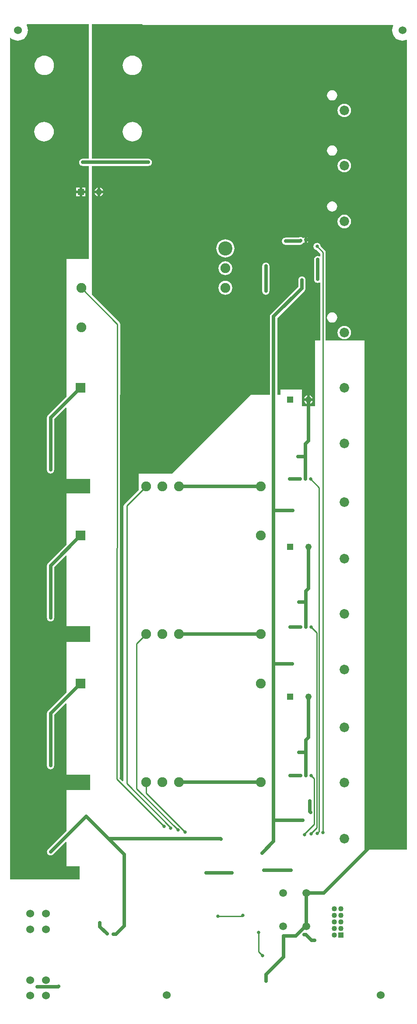
<source format=gbl>
%FSTAX23Y23*%
%MOIN*%
%SFA1B1*%

%IPPOS*%
%ADD54C,0.040000*%
%ADD79C,0.011000*%
%ADD80C,0.025000*%
%ADD81O,0.099000X0.263000*%
%ADD82C,0.060000*%
%ADD83C,0.074800*%
%ADD84R,0.074800X0.074800*%
%ADD85C,0.048420*%
%ADD86R,0.048420X0.048420*%
%ADD87C,0.072840*%
%ADD88R,0.040000X0.040000*%
%ADD89C,0.058980*%
%ADD90R,0.075240X0.075240*%
%ADD91C,0.075240*%
%ADD92C,0.107720*%
%ADD93C,0.025000*%
%LNchassispowerdistribution_b_1.0_rw-1*%
%LPD*%
G36*
X00625Y06507D02*
X0058D01*
X0058*
X00573Y06506*
X00566Y06504*
X00561Y06499*
X00556Y06493*
X00553Y06487*
X00552Y0648*
X00553Y06472*
X00556Y06466*
X00561Y0646*
X00566Y06455*
X00573Y06453*
X0058Y06452*
X00625*
Y05745*
X00455*
Y04697*
X00315Y04557*
X0031Y04551*
X00308Y04544*
X00307Y04537*
Y0414*
X00308Y04132*
X0031Y04126*
X00315Y0412*
X00321Y04115*
X00327Y04113*
X00335Y04112*
X00342Y04113*
X00348Y04115*
X00354Y0412*
X00359Y04126*
X00361Y04132*
X00362Y0414*
Y04526*
X0045Y04613*
X00455Y04612*
Y0407*
X00635*
Y0396*
X00455*
Y03572*
X00315Y03432*
X0031Y03426*
X00308Y03419*
X00307Y03412*
Y03015*
X00308Y03007*
X0031Y03001*
X00315Y02995*
X00321Y0299*
X00327Y02988*
X00335Y02987*
X00342Y02988*
X00348Y0299*
X00354Y02995*
X00359Y03001*
X00361Y03007*
X00362Y03015*
Y03401*
X0045Y03488*
X00455Y03487*
Y0295*
X00635*
Y0283*
X00455*
Y02447*
X00315Y02307*
X0031Y02301*
X00308Y02294*
X00307Y02287*
Y0189*
X00308Y01882*
X0031Y01876*
X00315Y0187*
X00321Y01865*
X00327Y01863*
X00335Y01862*
X00342Y01863*
X00348Y01865*
X00354Y0187*
X00359Y01876*
X00361Y01882*
X00362Y0189*
Y02276*
X0045Y02363*
X00455Y02362*
Y0182*
X00635*
Y01705*
X00455*
Y01394*
X00315Y01254*
X0031Y01248*
X00308Y01242*
X00307Y01235*
X00308Y01227*
X0031Y01221*
X00315Y01215*
X00321Y0121*
X00327Y01208*
X00335Y01207*
X00342Y01208*
X00348Y0121*
X00354Y01215*
X0045Y01311*
X00455Y01309*
Y01125*
X00555*
Y01025*
X00025*
Y07427*
X00027Y07428*
X0003Y07429*
X00041Y07419*
X00055Y07412*
X00069Y07408*
X00085Y07406*
X001Y07408*
X00114Y07412*
X00128Y07419*
X0014Y07429*
X0015Y07441*
X00157Y07455*
X00161Y07469*
X00163Y07485*
X00161Y075*
X00157Y07514*
X00152Y07525*
X00155Y0753*
X00625*
Y06507*
G37*
G36*
X01035Y07525D02*
X01035Y07525D01*
X02943*
X02945Y0752*
X02942Y07514*
X02938Y075*
X02936Y07485*
X02938Y07469*
X02942Y07455*
X02949Y07441*
X02959Y07429*
X02971Y07419*
X02985Y07412*
X02999Y07408*
X03015Y07406*
X0303Y07408*
X03044Y07412*
X03045Y07412*
X0305Y0741*
Y0125*
X02725*
Y05125*
X0243*
Y05795*
X02429Y05803*
X02424Y05809*
X02392Y05842*
X02391Y05847*
X02389Y05853*
X02384Y05859*
X02378Y05864*
X02372Y05866*
X02365Y05867*
X02357Y05866*
X02351Y05864*
X02345Y05859*
X0234Y05853*
X02338Y05847*
X02337Y0584*
X02338Y05832*
X0234Y05826*
X02345Y0582*
X02351Y05815*
X02357Y05813*
X02362Y05812*
X02389Y05786*
Y05765*
X02384Y05763*
X02383Y05764*
X02377Y05766*
X0237Y05767*
X02362Y05766*
X02356Y05764*
X0235Y05759*
X02345Y05753*
X02343Y05747*
X02342Y0574*
Y0559*
X02343Y05582*
X02345Y05576*
X0235Y0557*
X02356Y05565*
X02362Y05563*
X0237Y05562*
X02377Y05563*
X02383Y05565*
X02384Y05566*
X02389Y05564*
Y05125*
X0235*
Y04625*
X0225*
Y0475*
X02085*
Y0471*
X02062*
Y05295*
X02269Y05502*
X02274Y05508*
X02276Y05515*
X02277Y05522*
Y05585*
X02276Y05592*
X02274Y05598*
X02269Y05604*
X02263Y05609*
X02257Y05611*
X0225Y05612*
X02242Y05611*
X02236Y05609*
X0223Y05604*
X02225Y05598*
X02223Y05592*
X02222Y05585*
Y05534*
X02014Y05326*
X0201Y0532*
X02007Y05314*
X02006Y05307*
Y0471*
X0186*
X0126Y0411*
X01005*
Y03987*
X009Y03882*
X00895Y03875*
X00889Y03869*
Y01774*
X00884Y01772*
X0086Y01796*
X00864Y018*
Y04167*
X00865Y05248*
Y05248*
Y05248*
X00865Y05252*
X00864Y05256*
Y05259*
X0065Y05473*
Y06452*
X0108*
X01087Y06453*
X01093Y06455*
X01099Y0646*
X01104Y06466*
X01106Y06472*
X01107Y0648*
X01106Y06487*
X01104Y06493*
X01099Y06499*
X01093Y06504*
X01087Y06506*
X0108Y06507*
X0065*
Y0753*
X01033*
X01035Y07525*
G37*
%LNchassispowerdistribution_b_1.0_rw-2*%
%LPC*%
G36*
X00287Y07292D02*
X00272Y0729D01*
X00258Y07286*
X00245Y07279*
X00234Y0727*
X00225Y07259*
X00218Y07246*
X00214Y07232*
X00212Y07218*
X00214Y07203*
X00218Y07189*
X00225Y07176*
X00234Y07165*
X00245Y07156*
X00258Y07149*
X00272Y07145*
X00287Y07143*
X00301Y07145*
X00315Y07149*
X00328Y07156*
X00339Y07165*
X00348Y07176*
X00355Y07189*
X00359Y07203*
X00361Y07218*
X00359Y07232*
X00355Y07246*
X00348Y07259*
X00339Y0727*
X00328Y07279*
X00315Y07286*
X00301Y0729*
X00287Y07292*
G37*
G36*
X00286Y06787D02*
X00271Y06785D01*
X00257Y06781*
X00244Y06774*
X00233Y06765*
X00224Y06754*
X00217Y06741*
X00213Y06727*
X00211Y06713*
X00213Y06698*
X00217Y06684*
X00224Y06671*
X00233Y0666*
X00244Y06651*
X00257Y06644*
X00271Y0664*
X00286Y06638*
X003Y0664*
X00314Y06644*
X00327Y06651*
X00338Y0666*
X00347Y06671*
X00354Y06684*
X00358Y06698*
X0036Y06713*
X00358Y06727*
X00354Y06741*
X00347Y06754*
X00338Y06765*
X00327Y06774*
X00314Y06781*
X003Y06785*
X00286Y06787*
G37*
G36*
X006Y06289D02*
X00576D01*
Y06265*
X006*
Y06289*
G37*
G36*
X00556D02*
X00531D01*
Y06265*
X00556*
Y06289*
G37*
G36*
X006Y06245D02*
X00576D01*
Y0622*
X006*
Y06245*
G37*
G36*
X00556D02*
X00531D01*
Y0622*
X00556*
Y06245*
G37*
G36*
X00959Y07292D02*
X00944Y0729D01*
X0093Y07286*
X00917Y07279*
X00906Y0727*
X00897Y07259*
X0089Y07246*
X00886Y07232*
X00884Y07218*
X00886Y07203*
X0089Y07189*
X00897Y07176*
X00906Y07165*
X00917Y07156*
X0093Y07149*
X00944Y07145*
X00959Y07143*
X00973Y07145*
X00987Y07149*
X01Y07156*
X01011Y07165*
X0102Y07176*
X01027Y07189*
X01031Y07203*
X01033Y07218*
X01031Y07232*
X01027Y07246*
X0102Y07259*
X01011Y0727*
X01Y07279*
X00987Y07286*
X00973Y0729*
X00959Y07292*
G37*
G36*
X0248Y07028D02*
X02469Y07027D01*
X0246Y07023*
X02452Y07017*
X02446Y07009*
X02442Y07*
X02441Y06989*
X02442Y06979*
X02446Y0697*
X02452Y06962*
X0246Y06956*
X02469Y06952*
X0248Y06951*
X0249Y06952*
X02499Y06956*
X02507Y06962*
X02513Y0697*
X02517Y06979*
X02518Y06989*
X02517Y07*
X02513Y07009*
X02507Y07017*
X02499Y07023*
X0249Y07027*
X0248Y07028*
G37*
G36*
X02572Y06926D02*
X02559Y06925D01*
X02546Y06919*
X02535Y06911*
X02527Y069*
X02522Y06888*
X0252Y06875*
X02522Y06861*
X02527Y06849*
X02535Y06838*
X02546Y0683*
X02559Y06824*
X02572Y06823*
X02585Y06824*
X02598Y0683*
X02609Y06838*
X02617Y06849*
X02622Y06861*
X02624Y06875*
X02622Y06888*
X02617Y069*
X02609Y06911*
X02598Y06919*
X02585Y06925*
X02572Y06926*
G37*
G36*
X00958Y06787D02*
X00943Y06785D01*
X00929Y06781*
X00916Y06774*
X00905Y06765*
X00896Y06754*
X00889Y06741*
X00885Y06727*
X00883Y06713*
X00885Y06698*
X00889Y06684*
X00896Y06671*
X00905Y0666*
X00916Y06651*
X00929Y06644*
X00943Y0664*
X00958Y06638*
X00972Y0664*
X00986Y06644*
X00999Y06651*
X0101Y0666*
X01019Y06671*
X01026Y06684*
X0103Y06698*
X01032Y06713*
X0103Y06727*
X01026Y06741*
X01019Y06754*
X0101Y06765*
X00999Y06774*
X00986Y06781*
X00972Y06785*
X00958Y06787*
G37*
G36*
X0248Y06608D02*
X02469Y06607D01*
X0246Y06603*
X02452Y06597*
X02446Y06589*
X02442Y0658*
X02441Y06569*
X02442Y06559*
X02446Y0655*
X02452Y06542*
X0246Y06536*
X02469Y06532*
X0248Y06531*
X0249Y06532*
X02499Y06536*
X02507Y06542*
X02513Y0655*
X02517Y06559*
X02518Y06569*
X02517Y0658*
X02513Y06589*
X02507Y06597*
X02499Y06603*
X0249Y06607*
X0248Y06608*
G37*
G36*
X02572Y06506D02*
X02559Y06505D01*
X02546Y06499*
X02535Y06491*
X02527Y0648*
X02522Y06468*
X0252Y06455*
X02522Y06441*
X02527Y06429*
X02535Y06418*
X02546Y0641*
X02559Y06404*
X02572Y06403*
X02585Y06404*
X02598Y0641*
X02609Y06418*
X02617Y06429*
X02622Y06441*
X02624Y06455*
X02622Y06468*
X02617Y0648*
X02609Y06491*
X02598Y06499*
X02585Y06505*
X02572Y06506*
G37*
G36*
X00713Y06287D02*
Y06265D01*
X00736*
X00733Y06272*
X00728Y06279*
X00721Y06284*
X00713Y06287*
G37*
G36*
X00693D02*
X00686Y06284D01*
X00679Y06279*
X00674Y06272*
X00671Y06265*
X00693*
Y06287*
G37*
G36*
X00736Y06245D02*
X00713D01*
Y06222*
X00721Y06225*
X00728Y0623*
X00733Y06237*
X00736Y06245*
G37*
G36*
X00693D02*
X00671D01*
X00674Y06237*
X00679Y0623*
X00686Y06225*
X00693Y06222*
Y06245*
G37*
G36*
X0248Y06183D02*
X02469Y06182D01*
X0246Y06178*
X02452Y06172*
X02446Y06164*
X02442Y06155*
X02441Y06145*
X02442Y06134*
X02446Y06125*
X02452Y06117*
X0246Y06111*
X02469Y06107*
X0248Y06106*
X0249Y06107*
X02499Y06111*
X02507Y06117*
X02513Y06125*
X02517Y06134*
X02518Y06145*
X02517Y06155*
X02513Y06164*
X02507Y06172*
X02499Y06178*
X0249Y06182*
X0248Y06183*
G37*
G36*
X02572Y06081D02*
X02559Y0608D01*
X02546Y06074*
X02535Y06066*
X02527Y06055*
X02522Y06043*
X0252Y0603*
X02522Y06016*
X02527Y06004*
X02535Y05993*
X02546Y05985*
X02559Y05979*
X02572Y05978*
X02585Y05979*
X02598Y05985*
X02609Y05993*
X02617Y06004*
X02622Y06016*
X02624Y0603*
X02622Y06043*
X02617Y06055*
X02609Y06066*
X02598Y06074*
X02585Y0608*
X02572Y06081*
G37*
G36*
X0229Y0591D02*
Y059D01*
X023*
X02296Y05906*
X0229Y0591*
G37*
G36*
X023Y0588D02*
X0229D01*
Y05869*
X02296Y05873*
X023Y0588*
G37*
G36*
X0224Y05912D02*
X02232Y05911D01*
X02226Y05909*
X02224Y05907*
X02125*
X02117Y05906*
X02111Y05904*
X02105Y05899*
X021Y05893*
X02098Y05887*
X02097Y0588*
X02098Y05872*
X021Y05866*
X02105Y0586*
X02111Y05855*
X02117Y05853*
X02125Y05852*
X02235*
X02242Y05853*
X02248Y05855*
X02254Y0586*
X02259Y05865*
X02264Y05871*
X02266Y05871*
X0227Y05869*
Y0589*
Y0591*
X02263Y05906*
X02257Y05906*
X02253Y05909*
X02247Y05911*
X0224Y05912*
G37*
G36*
X01666Y05894D02*
X01653Y05892D01*
X0164Y05888*
X01628Y05882*
X01617Y05873*
X01609Y05863*
X01602Y05851*
X01598Y05838*
X01597Y05825*
X01598Y05811*
X01602Y05798*
X01609Y05786*
X01617Y05776*
X01628Y05767*
X0164Y05761*
X01653Y05757*
X01666Y05755*
X0168Y05757*
X01693Y05761*
X01705Y05767*
X01715Y05776*
X01724Y05786*
X0173Y05798*
X01734Y05811*
X01735Y05825*
X01734Y05838*
X0173Y05851*
X01724Y05863*
X01715Y05873*
X01705Y05882*
X01693Y05888*
X0168Y05892*
X01666Y05894*
G37*
G36*
Y05728D02*
X01652Y05726D01*
X0164Y05721*
X01629Y05712*
X0162Y05701*
X01615Y05689*
X01613Y05675*
X01615Y05661*
X0162Y05648*
X01629Y05637*
X0164Y05629*
X01652Y05624*
X01666Y05622*
X0168Y05624*
X01693Y05629*
X01704Y05637*
X01712Y05648*
X01717Y05661*
X01719Y05675*
X01717Y05689*
X01712Y05701*
X01704Y05712*
X01693Y05721*
X0168Y05726*
X01666Y05728*
G37*
G36*
Y05578D02*
X01652Y05577D01*
X0164Y05571*
X01629Y05563*
X0162Y05552*
X01615Y05539*
X01613Y05525*
X01615Y05512*
X0162Y05499*
X01629Y05488*
X0164Y05479*
X01652Y05474*
X01666Y05472*
X0168Y05474*
X01693Y05479*
X01704Y05488*
X01712Y05499*
X01717Y05512*
X01719Y05525*
X01717Y05539*
X01712Y05552*
X01704Y05563*
X01693Y05571*
X0168Y05577*
X01666Y05578*
G37*
G36*
X01975Y05717D02*
X01967Y05716D01*
X01961Y05714*
X01955Y05709*
X0195Y05703*
X01948Y05697*
X01947Y0569*
Y055*
X01948Y05492*
X0195Y05486*
X01955Y0548*
X01961Y05475*
X01967Y05473*
X01975Y05472*
X01982Y05473*
X01988Y05475*
X01994Y0548*
X01999Y05486*
X02001Y05492*
X02002Y055*
Y0569*
X02001Y05697*
X01999Y05703*
X01994Y05709*
X01988Y05714*
X01982Y05716*
X01975Y05717*
G37*
G36*
X0248Y05338D02*
X02469Y05337D01*
X0246Y05333*
X02452Y05327*
X02446Y05319*
X02442Y0531*
X02441Y05299*
X02442Y05289*
X02446Y0528*
X02452Y05272*
X0246Y05266*
X02469Y05262*
X0248Y05261*
X0249Y05262*
X02499Y05266*
X02507Y05272*
X02513Y0528*
X02517Y05289*
X02518Y05299*
X02517Y0531*
X02513Y05319*
X02507Y05327*
X02499Y05333*
X0249Y05337*
X0248Y05338*
G37*
G36*
X02572Y05236D02*
X02559Y05235D01*
X02546Y05229*
X02535Y05221*
X02527Y0521*
X02522Y05198*
X0252Y05185*
X02522Y05171*
X02527Y05159*
X02535Y05148*
X02546Y0514*
X02559Y05134*
X02572Y05133*
X02585Y05134*
X02598Y0514*
X02609Y05148*
X02617Y05159*
X02622Y05171*
X02624Y05185*
X02622Y05198*
X02617Y0521*
X02609Y05221*
X02598Y05229*
X02585Y05235*
X02572Y05236*
G37*
G36*
X02308Y04707D02*
Y04685D01*
X02331*
X02328Y04692*
X02323Y04699*
X02316Y04704*
X02308Y04707*
G37*
G36*
X02288D02*
X02281Y04704D01*
X02274Y04699*
X02269Y04692*
X02266Y04685*
X02288*
Y04707*
G37*
G36*
X02331Y04665D02*
X02308D01*
Y04642*
X02316Y04645*
X02323Y0465*
X02328Y04657*
X02331Y04665*
G37*
G36*
X02288D02*
X02266D01*
X02269Y04657*
X02274Y0465*
X02281Y04645*
X02288Y04642*
Y04665*
G37*
%LNchassispowerdistribution_b_1.0_rw-3*%
%LPD*%
G54D54*
X02495Y006D03*
X02545Y0065D03*
X02495D03*
X02545Y007D03*
X02495D03*
X02545Y0075D03*
X02495D03*
X02545Y008D03*
X02495D03*
G54D79*
X01795Y00745D02*
X018Y0075D01*
X0161Y00745D02*
X01795D01*
X02343Y01443D02*
Y01791D01*
X02362Y01417D02*
Y02902D01*
X02381Y01391D02*
Y04003D01*
X02365Y01375D02*
X02381Y01391D01*
X02315Y0407D02*
X02381Y04003D01*
X0232Y01375D02*
X02362Y01417D01*
X0232Y02945D02*
X02362Y02902D01*
X0227Y0137D02*
X02343Y01443D01*
X0232Y01815D02*
X02343Y01791D01*
X00839Y01788D02*
X012Y01428D01*
X00839Y01788D02*
Y01815D01*
X00915Y01754D02*
X0125Y01419D01*
X00915Y01754D02*
Y018D01*
X0125Y01415D02*
Y01419D01*
X0099Y01715D02*
Y02817D01*
Y01715D02*
X01305Y014D01*
X01062Y01682D02*
X0136Y01385D01*
X01062Y01682D02*
Y01765D01*
X0136Y01385D02*
D01*
X0099Y02817D02*
X01062Y0289D01*
X02365Y0584D02*
X0241Y05795D01*
Y0138D02*
Y05795D01*
X01608Y00746D02*
X0161Y00745D01*
X0227Y01365D02*
Y0137D01*
X0232D02*
Y01375D01*
X0192Y00475D02*
Y0062D01*
Y00475D02*
X0195Y00445D01*
X00915Y018D02*
D01*
X00568Y05525D02*
X00844Y05248D01*
X00839Y01815D02*
X00844Y05248D01*
X00915Y03867D02*
X01062Y04015D01*
X00915Y018D02*
Y03867D01*
G54D80*
X02034Y01475D02*
Y02665D01*
Y0383D02*
Y05307D01*
Y02665D02*
Y0383D01*
Y05307D02*
X0225Y05522D01*
X0231Y0154D02*
Y0162D01*
Y0154D02*
X02315Y01535D01*
X0152Y01075D02*
X01715D01*
X01975Y0025D02*
Y003D01*
X0211Y00435*
X02203Y00595D02*
X02275Y00667D01*
X0211Y00595D02*
X02203D01*
X0211Y00435D02*
Y00595D01*
X02034Y01475D02*
X02255D01*
X02034Y01314D02*
Y01475D01*
X02039Y02665D02*
X02175D01*
X02039Y0383D02*
X0218D01*
X00232Y00207D02*
X00392D01*
X00395Y0021*
X00775Y01335D02*
X0163D01*
X01632Y01332*
X00335Y01235D02*
X00605Y01505D01*
X00775Y01335*
X00895Y01215*
X00865Y0064D02*
X00895Y0067D01*
X00833Y00608D02*
X00865Y0064D01*
X00813Y00608D02*
X00833D01*
X0071Y00665D02*
Y00695D01*
Y00665D02*
X00765Y0061D01*
X00895Y0067D02*
Y01215D01*
X02225Y0199D02*
X0228D01*
X0216Y01815D02*
X0224D01*
X02225Y03135D02*
X0228D01*
X0216Y02945D02*
X0224D01*
X02155Y0407D02*
X02235D01*
X0222Y0424D02*
X02275D01*
X02125Y0588D02*
X02235D01*
X0224Y05885*
X02688Y0589D02*
X02828Y0603D01*
X0228Y0589D02*
X02688D01*
X00335Y03015D02*
Y03412D01*
X01975Y055D02*
Y0569D01*
X0225Y05522D02*
Y05585D01*
X0237Y0559D02*
Y0574D01*
X0058Y0648D02*
X0108D01*
X02265Y00605D02*
X0228D01*
X02322Y00562*
X00335Y0414D02*
Y04537D01*
X00562Y04765*
X00335Y03412D02*
X00562Y0364D01*
X00335Y0189D02*
Y02287D01*
X00562Y02515*
X0228Y0199D02*
Y02084D01*
Y01815D02*
Y0199D01*
Y02084D02*
X02298Y02103D01*
Y02415*
X0228Y03135D02*
Y03219D01*
Y02945D02*
Y03135D01*
Y03219D02*
X02298Y03238D01*
Y03555*
X02275Y0424D02*
Y04337D01*
Y0407D02*
Y0424D01*
Y04337D02*
X02298Y04361D01*
Y04675*
X02275Y00667D02*
X02283D01*
X02416Y00922D02*
X02828Y01335D01*
X02283Y00922D02*
X02416D01*
X02283Y00667D02*
Y00922D01*
X01312Y01765D02*
X01937D01*
X01312Y0289D02*
X01937D01*
X01312Y04015D02*
X01937D01*
X02322Y00562D02*
X02347D01*
X01945Y01225D02*
X02034Y01314D01*
X0196Y01095D02*
X02165D01*
G54D81*
X00476Y073D03*
X0077D03*
X00475Y06795D03*
X00769D03*
G54D82*
X00085Y07485D03*
X0122Y00145D03*
X0285D03*
X03015Y07485D03*
X003Y00258D03*
Y0014D03*
X00181Y00258D03*
Y0014D03*
X003Y00765D03*
Y00646D03*
X00181Y00765D03*
Y00646D03*
G54D83*
X01937Y0364D03*
Y0289D03*
X01312D03*
X01187D03*
X01062D03*
X00562D03*
X01937Y02515D03*
Y01765D03*
X01312D03*
X01187D03*
X01062D03*
X00562D03*
Y04015D03*
X01062D03*
X01187D03*
X01312D03*
X01937D03*
Y04765D03*
G54D84*
X00562Y0364D03*
Y02515D03*
Y04765D03*
G54D85*
X02298Y04675D03*
Y02415D03*
Y03555D03*
X00703Y06255D03*
G54D86*
X02161Y04675D03*
Y02415D03*
Y03555D03*
X00566Y06255D03*
G54D87*
X02828Y06875D03*
X02572D03*
X02828Y06455D03*
X02572D03*
X02828Y0603D03*
X02572D03*
X02828Y05185D03*
X02572D03*
X02828Y04765D03*
X02572D03*
X02828Y0434D03*
X02572D03*
X02828Y03895D03*
X02572D03*
X02828Y03465D03*
X02572D03*
X02828Y03045D03*
X02572D03*
X02828Y0262D03*
X02572D03*
X02828Y0218D03*
X02572D03*
X02828Y0176D03*
X02572D03*
X02828Y01335D03*
X02572D03*
G54D88*
X02545Y006D03*
G54D89*
X02106Y00667D03*
Y00922D03*
X02283Y00667D03*
Y00922D03*
G54D90*
X00568Y05825D03*
G54D91*
X00568Y05525D03*
Y05226D03*
X01666Y05525D03*
Y05675D03*
G54D92*
X01666Y05226D03*
Y05825D03*
G54D93*
X018Y0075D03*
X0231Y0162D03*
X01715Y01075D03*
X01975Y0025D03*
X0211Y00595D03*
X02315Y01535D03*
X02255Y01475D03*
X02175Y02665D03*
X0218Y0383D03*
X00395Y0021D03*
X00232Y00207D03*
X012Y01428D03*
X0125Y01415D03*
X01305Y014D03*
X0136Y01385D03*
X00605Y01505D03*
X00335Y01235D03*
X01632Y01332D03*
X00813Y00608D03*
X00865Y0064D03*
X00765Y0061D03*
X0071Y00695D03*
X00895Y01215D03*
X02225Y0199D03*
X0232Y01815D03*
X0228D03*
X0216D03*
X0224D03*
X02225Y03135D03*
X0232Y02945D03*
X0228D03*
X0216D03*
X0224D03*
X02315Y0407D03*
X02275D03*
X02155D03*
X02235D03*
X0222Y0424D03*
X02125Y0588D03*
X0224Y05885D03*
X0228Y0589D03*
X00335Y0189D03*
Y03015D03*
Y0414D03*
X01975Y055D03*
Y0569D03*
X0225Y05585D03*
X0237Y0574D03*
Y0559D03*
X02365Y0584D03*
X0058Y0648D03*
X0108D03*
X01608Y00746D03*
X0196Y01095D03*
X0227Y01365D03*
X0232Y0137D03*
X0241Y0138D03*
X02365Y01375D03*
X02265Y00605D03*
X0192Y0062D03*
X0195Y00445D03*
X0152Y01075D03*
X02165Y01095D03*
X01945Y01225D03*
X02347Y00562D03*
M02*
</source>
